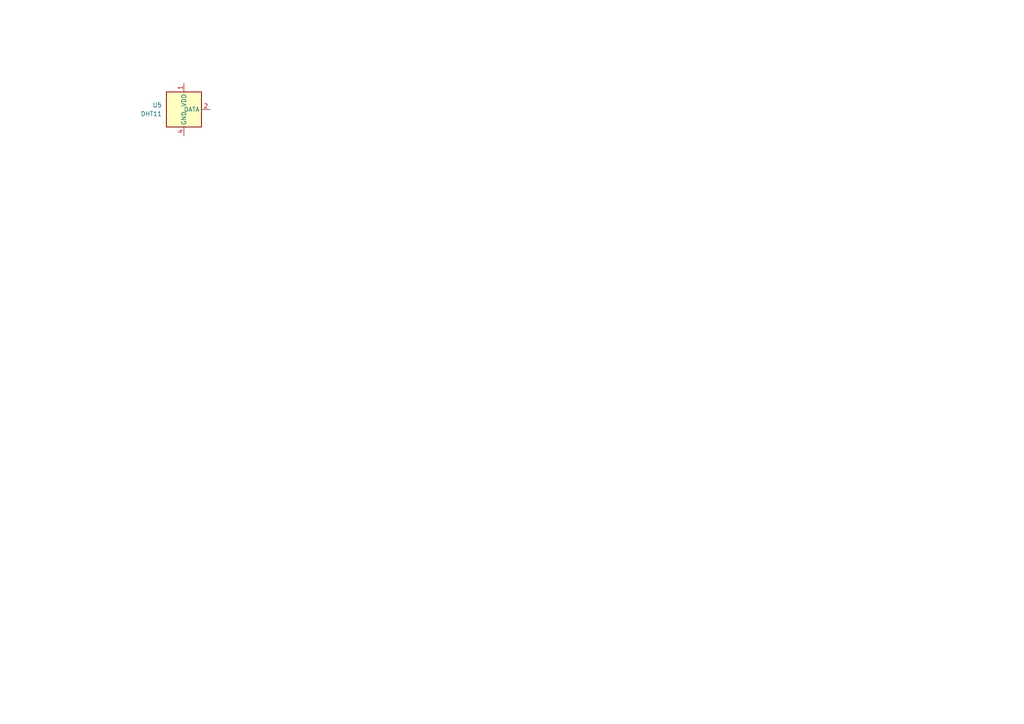
<source format=kicad_sch>
(kicad_sch (version 20250114) (generator "eeschema") (generator_version "9.0")
  (paper "A4")
  (lib_symbols
    (symbol "Sensor:DHT11"
      (property "Reference" "U" (at -3.81 6.35 0))
      (property "Value" "DHT11" (at 3.81 6.35 0))
      (symbol "DHT11_0_1"
        (rectangle (start -5.08 5.08) (end 5.08 -5.08) (stroke (width 0.254)) (fill (type background)))
      )
      (symbol "DHT11_1_1"
        (pin no_connect line (at -5.08 0 0) (length 2.54) (hide yes) (name "NC") (number "3"))
        (pin power_in line (at 0 7.62 270) (length 2.54) (name "VDD") (number "1"))
        (pin power_in line (at 0 -7.62 90) (length 2.54) (name "GND") (number "4"))
        (pin bidirectional line (at 7.62 0 180) (length 2.54) (name "DATA") (number "2"))
      )
    )
  )
  (symbol (lib_id "Sensor:DHT11") (at 53.34 31.75 0) (unit 1)
    (property "Reference" "U5" (at 46.99 30.4799 0) (effects (justify right)))
    (property "Value" "DHT11" (at 46.99 33.0199 0) (effects (justify right)))
    (property "Footprint" "Sensor:Aosong_DHT11_5.5x12.0_P2.54mm" (effects (hide yes)))
    (property "Datasheet" "http://akizukidenshi.com/download/ds/aosong/DHT11.pdf" (effects (hide yes)))
    (property "Description" "3.3V to 5.5V, temperature and humidity module, DHT11" (effects (hide yes)))
  )
)
</source>
